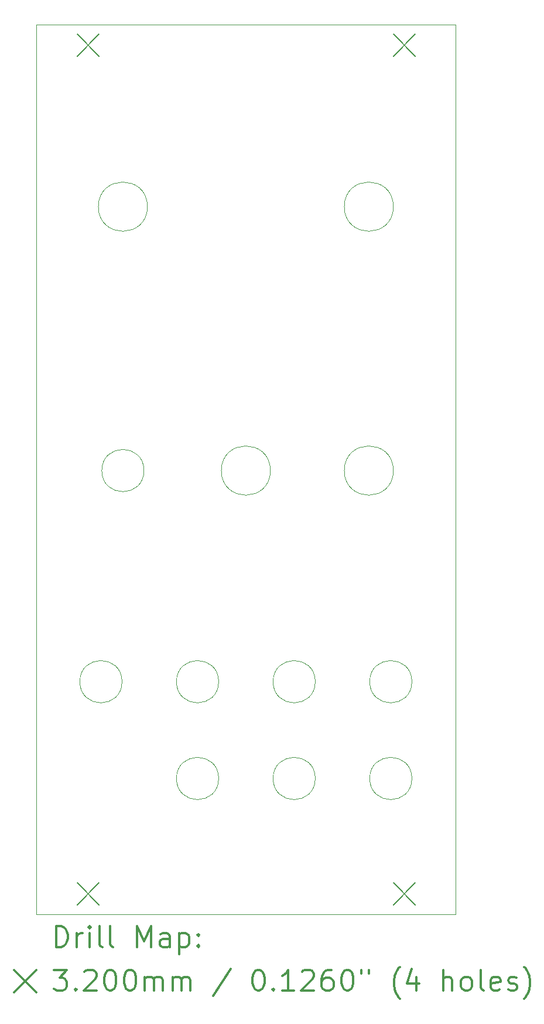
<source format=gbr>
%FSLAX45Y45*%
G04 Gerber Fmt 4.5, Leading zero omitted, Abs format (unit mm)*
G04 Created by KiCad (PCBNEW 5.1.10-88a1d61d58~88~ubuntu20.04.1) date 2021-06-12 13:16:10*
%MOMM*%
%LPD*%
G01*
G04 APERTURE LIST*
%TA.AperFunction,Profile*%
%ADD10C,0.050000*%
%TD*%
%ADD11C,0.200000*%
%ADD12C,0.300000*%
G04 APERTURE END LIST*
D10*
X3385000Y-6440000D02*
G75*
G03*
X3385000Y-6440000I-355000J0D01*
G01*
X4033500Y-10885000D02*
G75*
G03*
X4033500Y-10885000I-305000J0D01*
G01*
X2636500Y-9488000D02*
G75*
G03*
X2636500Y-9488000I-305000J0D01*
G01*
X5430500Y-10885000D02*
G75*
G03*
X5430500Y-10885000I-305000J0D01*
G01*
X2636500Y-10885000D02*
G75*
G03*
X2636500Y-10885000I-305000J0D01*
G01*
X5430500Y-9488000D02*
G75*
G03*
X5430500Y-9488000I-305000J0D01*
G01*
X4033500Y-9488000D02*
G75*
G03*
X4033500Y-9488000I-305000J0D01*
G01*
X1239500Y-9488000D02*
G75*
G03*
X1239500Y-9488000I-305000J0D01*
G01*
X5163000Y-6440000D02*
G75*
G03*
X5163000Y-6440000I-355000J0D01*
G01*
X1557000Y-6440000D02*
G75*
G03*
X1557000Y-6440000I-305000J0D01*
G01*
X5163000Y-2630000D02*
G75*
G03*
X5163000Y-2630000I-355000J0D01*
G01*
X1607000Y-2630000D02*
G75*
G03*
X1607000Y-2630000I-355000J0D01*
G01*
X6060000Y0D02*
X6060000Y-12850000D01*
X0Y-12850000D02*
X6060000Y-12850000D01*
X0Y0D02*
X6060000Y0D01*
X0Y0D02*
X0Y-12850000D01*
D11*
X590000Y-140000D02*
X910000Y-460000D01*
X910000Y-140000D02*
X590000Y-460000D01*
X590000Y-12390000D02*
X910000Y-12710000D01*
X910000Y-12390000D02*
X590000Y-12710000D01*
X5162000Y-140000D02*
X5482000Y-460000D01*
X5482000Y-140000D02*
X5162000Y-460000D01*
X5162000Y-12390000D02*
X5482000Y-12710000D01*
X5482000Y-12390000D02*
X5162000Y-12710000D01*
D12*
X283928Y-13318214D02*
X283928Y-13018214D01*
X355357Y-13018214D01*
X398214Y-13032500D01*
X426786Y-13061071D01*
X441071Y-13089643D01*
X455357Y-13146786D01*
X455357Y-13189643D01*
X441071Y-13246786D01*
X426786Y-13275357D01*
X398214Y-13303929D01*
X355357Y-13318214D01*
X283928Y-13318214D01*
X583928Y-13318214D02*
X583928Y-13118214D01*
X583928Y-13175357D02*
X598214Y-13146786D01*
X612500Y-13132500D01*
X641071Y-13118214D01*
X669643Y-13118214D01*
X769643Y-13318214D02*
X769643Y-13118214D01*
X769643Y-13018214D02*
X755357Y-13032500D01*
X769643Y-13046786D01*
X783928Y-13032500D01*
X769643Y-13018214D01*
X769643Y-13046786D01*
X955357Y-13318214D02*
X926786Y-13303929D01*
X912500Y-13275357D01*
X912500Y-13018214D01*
X1112500Y-13318214D02*
X1083928Y-13303929D01*
X1069643Y-13275357D01*
X1069643Y-13018214D01*
X1455357Y-13318214D02*
X1455357Y-13018214D01*
X1555357Y-13232500D01*
X1655357Y-13018214D01*
X1655357Y-13318214D01*
X1926786Y-13318214D02*
X1926786Y-13161071D01*
X1912500Y-13132500D01*
X1883928Y-13118214D01*
X1826786Y-13118214D01*
X1798214Y-13132500D01*
X1926786Y-13303929D02*
X1898214Y-13318214D01*
X1826786Y-13318214D01*
X1798214Y-13303929D01*
X1783928Y-13275357D01*
X1783928Y-13246786D01*
X1798214Y-13218214D01*
X1826786Y-13203929D01*
X1898214Y-13203929D01*
X1926786Y-13189643D01*
X2069643Y-13118214D02*
X2069643Y-13418214D01*
X2069643Y-13132500D02*
X2098214Y-13118214D01*
X2155357Y-13118214D01*
X2183928Y-13132500D01*
X2198214Y-13146786D01*
X2212500Y-13175357D01*
X2212500Y-13261071D01*
X2198214Y-13289643D01*
X2183928Y-13303929D01*
X2155357Y-13318214D01*
X2098214Y-13318214D01*
X2069643Y-13303929D01*
X2341071Y-13289643D02*
X2355357Y-13303929D01*
X2341071Y-13318214D01*
X2326786Y-13303929D01*
X2341071Y-13289643D01*
X2341071Y-13318214D01*
X2341071Y-13132500D02*
X2355357Y-13146786D01*
X2341071Y-13161071D01*
X2326786Y-13146786D01*
X2341071Y-13132500D01*
X2341071Y-13161071D01*
X-322500Y-13652500D02*
X-2500Y-13972500D01*
X-2500Y-13652500D02*
X-322500Y-13972500D01*
X255357Y-13648214D02*
X441071Y-13648214D01*
X341071Y-13762500D01*
X383928Y-13762500D01*
X412500Y-13776786D01*
X426786Y-13791071D01*
X441071Y-13819643D01*
X441071Y-13891071D01*
X426786Y-13919643D01*
X412500Y-13933929D01*
X383928Y-13948214D01*
X298214Y-13948214D01*
X269643Y-13933929D01*
X255357Y-13919643D01*
X569643Y-13919643D02*
X583928Y-13933929D01*
X569643Y-13948214D01*
X555357Y-13933929D01*
X569643Y-13919643D01*
X569643Y-13948214D01*
X698214Y-13676786D02*
X712500Y-13662500D01*
X741071Y-13648214D01*
X812500Y-13648214D01*
X841071Y-13662500D01*
X855357Y-13676786D01*
X869643Y-13705357D01*
X869643Y-13733929D01*
X855357Y-13776786D01*
X683928Y-13948214D01*
X869643Y-13948214D01*
X1055357Y-13648214D02*
X1083928Y-13648214D01*
X1112500Y-13662500D01*
X1126786Y-13676786D01*
X1141071Y-13705357D01*
X1155357Y-13762500D01*
X1155357Y-13833929D01*
X1141071Y-13891071D01*
X1126786Y-13919643D01*
X1112500Y-13933929D01*
X1083928Y-13948214D01*
X1055357Y-13948214D01*
X1026786Y-13933929D01*
X1012500Y-13919643D01*
X998214Y-13891071D01*
X983928Y-13833929D01*
X983928Y-13762500D01*
X998214Y-13705357D01*
X1012500Y-13676786D01*
X1026786Y-13662500D01*
X1055357Y-13648214D01*
X1341071Y-13648214D02*
X1369643Y-13648214D01*
X1398214Y-13662500D01*
X1412500Y-13676786D01*
X1426786Y-13705357D01*
X1441071Y-13762500D01*
X1441071Y-13833929D01*
X1426786Y-13891071D01*
X1412500Y-13919643D01*
X1398214Y-13933929D01*
X1369643Y-13948214D01*
X1341071Y-13948214D01*
X1312500Y-13933929D01*
X1298214Y-13919643D01*
X1283928Y-13891071D01*
X1269643Y-13833929D01*
X1269643Y-13762500D01*
X1283928Y-13705357D01*
X1298214Y-13676786D01*
X1312500Y-13662500D01*
X1341071Y-13648214D01*
X1569643Y-13948214D02*
X1569643Y-13748214D01*
X1569643Y-13776786D02*
X1583928Y-13762500D01*
X1612500Y-13748214D01*
X1655357Y-13748214D01*
X1683928Y-13762500D01*
X1698214Y-13791071D01*
X1698214Y-13948214D01*
X1698214Y-13791071D02*
X1712500Y-13762500D01*
X1741071Y-13748214D01*
X1783928Y-13748214D01*
X1812500Y-13762500D01*
X1826786Y-13791071D01*
X1826786Y-13948214D01*
X1969643Y-13948214D02*
X1969643Y-13748214D01*
X1969643Y-13776786D02*
X1983928Y-13762500D01*
X2012500Y-13748214D01*
X2055357Y-13748214D01*
X2083928Y-13762500D01*
X2098214Y-13791071D01*
X2098214Y-13948214D01*
X2098214Y-13791071D02*
X2112500Y-13762500D01*
X2141071Y-13748214D01*
X2183928Y-13748214D01*
X2212500Y-13762500D01*
X2226786Y-13791071D01*
X2226786Y-13948214D01*
X2812500Y-13633929D02*
X2555357Y-14019643D01*
X3198214Y-13648214D02*
X3226786Y-13648214D01*
X3255357Y-13662500D01*
X3269643Y-13676786D01*
X3283928Y-13705357D01*
X3298214Y-13762500D01*
X3298214Y-13833929D01*
X3283928Y-13891071D01*
X3269643Y-13919643D01*
X3255357Y-13933929D01*
X3226786Y-13948214D01*
X3198214Y-13948214D01*
X3169643Y-13933929D01*
X3155357Y-13919643D01*
X3141071Y-13891071D01*
X3126786Y-13833929D01*
X3126786Y-13762500D01*
X3141071Y-13705357D01*
X3155357Y-13676786D01*
X3169643Y-13662500D01*
X3198214Y-13648214D01*
X3426786Y-13919643D02*
X3441071Y-13933929D01*
X3426786Y-13948214D01*
X3412500Y-13933929D01*
X3426786Y-13919643D01*
X3426786Y-13948214D01*
X3726786Y-13948214D02*
X3555357Y-13948214D01*
X3641071Y-13948214D02*
X3641071Y-13648214D01*
X3612500Y-13691071D01*
X3583928Y-13719643D01*
X3555357Y-13733929D01*
X3841071Y-13676786D02*
X3855357Y-13662500D01*
X3883928Y-13648214D01*
X3955357Y-13648214D01*
X3983928Y-13662500D01*
X3998214Y-13676786D01*
X4012500Y-13705357D01*
X4012500Y-13733929D01*
X3998214Y-13776786D01*
X3826786Y-13948214D01*
X4012500Y-13948214D01*
X4269643Y-13648214D02*
X4212500Y-13648214D01*
X4183928Y-13662500D01*
X4169643Y-13676786D01*
X4141071Y-13719643D01*
X4126786Y-13776786D01*
X4126786Y-13891071D01*
X4141071Y-13919643D01*
X4155357Y-13933929D01*
X4183928Y-13948214D01*
X4241071Y-13948214D01*
X4269643Y-13933929D01*
X4283928Y-13919643D01*
X4298214Y-13891071D01*
X4298214Y-13819643D01*
X4283928Y-13791071D01*
X4269643Y-13776786D01*
X4241071Y-13762500D01*
X4183928Y-13762500D01*
X4155357Y-13776786D01*
X4141071Y-13791071D01*
X4126786Y-13819643D01*
X4483928Y-13648214D02*
X4512500Y-13648214D01*
X4541071Y-13662500D01*
X4555357Y-13676786D01*
X4569643Y-13705357D01*
X4583928Y-13762500D01*
X4583928Y-13833929D01*
X4569643Y-13891071D01*
X4555357Y-13919643D01*
X4541071Y-13933929D01*
X4512500Y-13948214D01*
X4483928Y-13948214D01*
X4455357Y-13933929D01*
X4441071Y-13919643D01*
X4426786Y-13891071D01*
X4412500Y-13833929D01*
X4412500Y-13762500D01*
X4426786Y-13705357D01*
X4441071Y-13676786D01*
X4455357Y-13662500D01*
X4483928Y-13648214D01*
X4698214Y-13648214D02*
X4698214Y-13705357D01*
X4812500Y-13648214D02*
X4812500Y-13705357D01*
X5255357Y-14062500D02*
X5241071Y-14048214D01*
X5212500Y-14005357D01*
X5198214Y-13976786D01*
X5183928Y-13933929D01*
X5169643Y-13862500D01*
X5169643Y-13805357D01*
X5183928Y-13733929D01*
X5198214Y-13691071D01*
X5212500Y-13662500D01*
X5241071Y-13619643D01*
X5255357Y-13605357D01*
X5498214Y-13748214D02*
X5498214Y-13948214D01*
X5426786Y-13633929D02*
X5355357Y-13848214D01*
X5541071Y-13848214D01*
X5883928Y-13948214D02*
X5883928Y-13648214D01*
X6012500Y-13948214D02*
X6012500Y-13791071D01*
X5998214Y-13762500D01*
X5969643Y-13748214D01*
X5926786Y-13748214D01*
X5898214Y-13762500D01*
X5883928Y-13776786D01*
X6198214Y-13948214D02*
X6169643Y-13933929D01*
X6155357Y-13919643D01*
X6141071Y-13891071D01*
X6141071Y-13805357D01*
X6155357Y-13776786D01*
X6169643Y-13762500D01*
X6198214Y-13748214D01*
X6241071Y-13748214D01*
X6269643Y-13762500D01*
X6283928Y-13776786D01*
X6298214Y-13805357D01*
X6298214Y-13891071D01*
X6283928Y-13919643D01*
X6269643Y-13933929D01*
X6241071Y-13948214D01*
X6198214Y-13948214D01*
X6469643Y-13948214D02*
X6441071Y-13933929D01*
X6426786Y-13905357D01*
X6426786Y-13648214D01*
X6698214Y-13933929D02*
X6669643Y-13948214D01*
X6612500Y-13948214D01*
X6583928Y-13933929D01*
X6569643Y-13905357D01*
X6569643Y-13791071D01*
X6583928Y-13762500D01*
X6612500Y-13748214D01*
X6669643Y-13748214D01*
X6698214Y-13762500D01*
X6712500Y-13791071D01*
X6712500Y-13819643D01*
X6569643Y-13848214D01*
X6826786Y-13933929D02*
X6855357Y-13948214D01*
X6912500Y-13948214D01*
X6941071Y-13933929D01*
X6955357Y-13905357D01*
X6955357Y-13891071D01*
X6941071Y-13862500D01*
X6912500Y-13848214D01*
X6869643Y-13848214D01*
X6841071Y-13833929D01*
X6826786Y-13805357D01*
X6826786Y-13791071D01*
X6841071Y-13762500D01*
X6869643Y-13748214D01*
X6912500Y-13748214D01*
X6941071Y-13762500D01*
X7055357Y-14062500D02*
X7069643Y-14048214D01*
X7098214Y-14005357D01*
X7112500Y-13976786D01*
X7126786Y-13933929D01*
X7141071Y-13862500D01*
X7141071Y-13805357D01*
X7126786Y-13733929D01*
X7112500Y-13691071D01*
X7098214Y-13662500D01*
X7069643Y-13619643D01*
X7055357Y-13605357D01*
M02*

</source>
